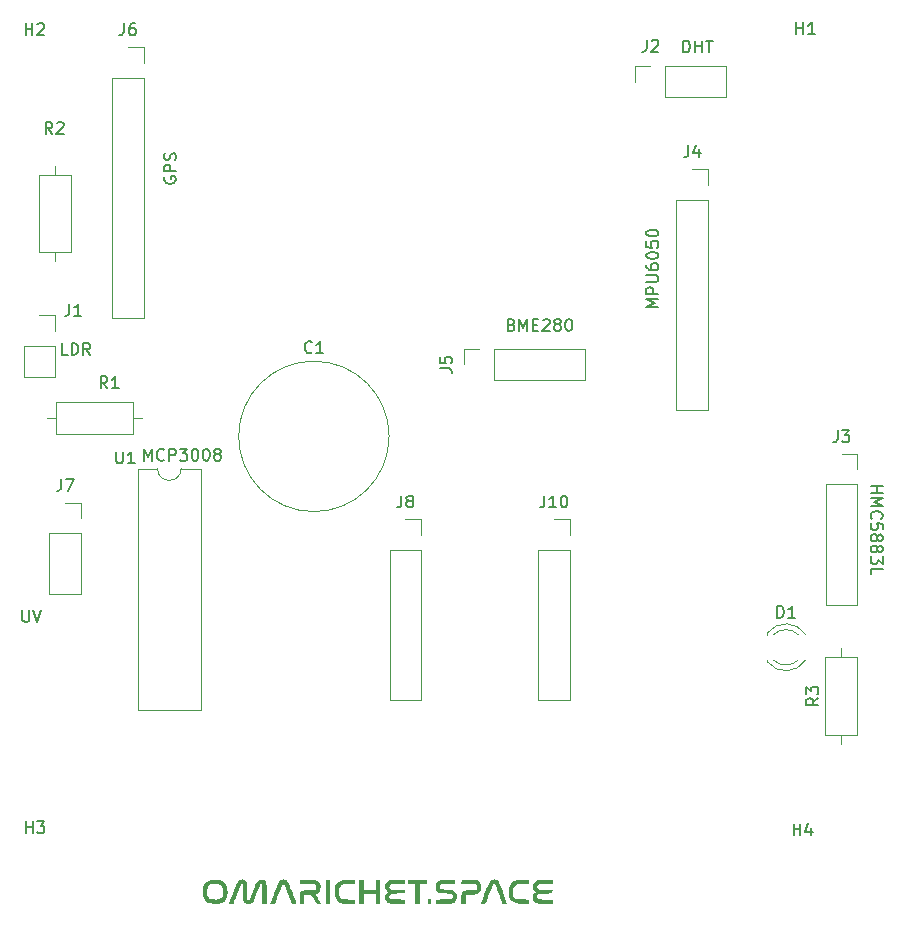
<source format=gbr>
%TF.GenerationSoftware,KiCad,Pcbnew,(6.0.7)*%
%TF.CreationDate,2023-01-31T14:53:13+03:00*%
%TF.ProjectId,Omarichet Sensor Shield 1.3,4f6d6172-6963-4686-9574-2053656e736f,rev?*%
%TF.SameCoordinates,Original*%
%TF.FileFunction,Legend,Top*%
%TF.FilePolarity,Positive*%
%FSLAX46Y46*%
G04 Gerber Fmt 4.6, Leading zero omitted, Abs format (unit mm)*
G04 Created by KiCad (PCBNEW (6.0.7)) date 2023-01-31 14:53:13*
%MOMM*%
%LPD*%
G01*
G04 APERTURE LIST*
%ADD10C,0.150000*%
%ADD11C,0.120000*%
G04 APERTURE END LIST*
D10*
X105201904Y-103942380D02*
X105201904Y-102942380D01*
X105535238Y-103656666D01*
X105868571Y-102942380D01*
X105868571Y-103942380D01*
X106916190Y-103847142D02*
X106868571Y-103894761D01*
X106725714Y-103942380D01*
X106630476Y-103942380D01*
X106487619Y-103894761D01*
X106392380Y-103799523D01*
X106344761Y-103704285D01*
X106297142Y-103513809D01*
X106297142Y-103370952D01*
X106344761Y-103180476D01*
X106392380Y-103085238D01*
X106487619Y-102990000D01*
X106630476Y-102942380D01*
X106725714Y-102942380D01*
X106868571Y-102990000D01*
X106916190Y-103037619D01*
X107344761Y-103942380D02*
X107344761Y-102942380D01*
X107725714Y-102942380D01*
X107820952Y-102990000D01*
X107868571Y-103037619D01*
X107916190Y-103132857D01*
X107916190Y-103275714D01*
X107868571Y-103370952D01*
X107820952Y-103418571D01*
X107725714Y-103466190D01*
X107344761Y-103466190D01*
X108249523Y-102942380D02*
X108868571Y-102942380D01*
X108535238Y-103323333D01*
X108678095Y-103323333D01*
X108773333Y-103370952D01*
X108820952Y-103418571D01*
X108868571Y-103513809D01*
X108868571Y-103751904D01*
X108820952Y-103847142D01*
X108773333Y-103894761D01*
X108678095Y-103942380D01*
X108392380Y-103942380D01*
X108297142Y-103894761D01*
X108249523Y-103847142D01*
X109487619Y-102942380D02*
X109582857Y-102942380D01*
X109678095Y-102990000D01*
X109725714Y-103037619D01*
X109773333Y-103132857D01*
X109820952Y-103323333D01*
X109820952Y-103561428D01*
X109773333Y-103751904D01*
X109725714Y-103847142D01*
X109678095Y-103894761D01*
X109582857Y-103942380D01*
X109487619Y-103942380D01*
X109392380Y-103894761D01*
X109344761Y-103847142D01*
X109297142Y-103751904D01*
X109249523Y-103561428D01*
X109249523Y-103323333D01*
X109297142Y-103132857D01*
X109344761Y-103037619D01*
X109392380Y-102990000D01*
X109487619Y-102942380D01*
X110440000Y-102942380D02*
X110535238Y-102942380D01*
X110630476Y-102990000D01*
X110678095Y-103037619D01*
X110725714Y-103132857D01*
X110773333Y-103323333D01*
X110773333Y-103561428D01*
X110725714Y-103751904D01*
X110678095Y-103847142D01*
X110630476Y-103894761D01*
X110535238Y-103942380D01*
X110440000Y-103942380D01*
X110344761Y-103894761D01*
X110297142Y-103847142D01*
X110249523Y-103751904D01*
X110201904Y-103561428D01*
X110201904Y-103323333D01*
X110249523Y-103132857D01*
X110297142Y-103037619D01*
X110344761Y-102990000D01*
X110440000Y-102942380D01*
X111344761Y-103370952D02*
X111249523Y-103323333D01*
X111201904Y-103275714D01*
X111154285Y-103180476D01*
X111154285Y-103132857D01*
X111201904Y-103037619D01*
X111249523Y-102990000D01*
X111344761Y-102942380D01*
X111535238Y-102942380D01*
X111630476Y-102990000D01*
X111678095Y-103037619D01*
X111725714Y-103132857D01*
X111725714Y-103180476D01*
X111678095Y-103275714D01*
X111630476Y-103323333D01*
X111535238Y-103370952D01*
X111344761Y-103370952D01*
X111249523Y-103418571D01*
X111201904Y-103466190D01*
X111154285Y-103561428D01*
X111154285Y-103751904D01*
X111201904Y-103847142D01*
X111249523Y-103894761D01*
X111344761Y-103942380D01*
X111535238Y-103942380D01*
X111630476Y-103894761D01*
X111678095Y-103847142D01*
X111725714Y-103751904D01*
X111725714Y-103561428D01*
X111678095Y-103466190D01*
X111630476Y-103418571D01*
X111535238Y-103370952D01*
X148752380Y-90951904D02*
X147752380Y-90951904D01*
X148466666Y-90618571D01*
X147752380Y-90285238D01*
X148752380Y-90285238D01*
X148752380Y-89809047D02*
X147752380Y-89809047D01*
X147752380Y-89428095D01*
X147800000Y-89332857D01*
X147847619Y-89285238D01*
X147942857Y-89237619D01*
X148085714Y-89237619D01*
X148180952Y-89285238D01*
X148228571Y-89332857D01*
X148276190Y-89428095D01*
X148276190Y-89809047D01*
X147752380Y-88809047D02*
X148561904Y-88809047D01*
X148657142Y-88761428D01*
X148704761Y-88713809D01*
X148752380Y-88618571D01*
X148752380Y-88428095D01*
X148704761Y-88332857D01*
X148657142Y-88285238D01*
X148561904Y-88237619D01*
X147752380Y-88237619D01*
X147752380Y-87332857D02*
X147752380Y-87523333D01*
X147800000Y-87618571D01*
X147847619Y-87666190D01*
X147990476Y-87761428D01*
X148180952Y-87809047D01*
X148561904Y-87809047D01*
X148657142Y-87761428D01*
X148704761Y-87713809D01*
X148752380Y-87618571D01*
X148752380Y-87428095D01*
X148704761Y-87332857D01*
X148657142Y-87285238D01*
X148561904Y-87237619D01*
X148323809Y-87237619D01*
X148228571Y-87285238D01*
X148180952Y-87332857D01*
X148133333Y-87428095D01*
X148133333Y-87618571D01*
X148180952Y-87713809D01*
X148228571Y-87761428D01*
X148323809Y-87809047D01*
X147752380Y-86618571D02*
X147752380Y-86523333D01*
X147800000Y-86428095D01*
X147847619Y-86380476D01*
X147942857Y-86332857D01*
X148133333Y-86285238D01*
X148371428Y-86285238D01*
X148561904Y-86332857D01*
X148657142Y-86380476D01*
X148704761Y-86428095D01*
X148752380Y-86523333D01*
X148752380Y-86618571D01*
X148704761Y-86713809D01*
X148657142Y-86761428D01*
X148561904Y-86809047D01*
X148371428Y-86856666D01*
X148133333Y-86856666D01*
X147942857Y-86809047D01*
X147847619Y-86761428D01*
X147800000Y-86713809D01*
X147752380Y-86618571D01*
X147752380Y-85380476D02*
X147752380Y-85856666D01*
X148228571Y-85904285D01*
X148180952Y-85856666D01*
X148133333Y-85761428D01*
X148133333Y-85523333D01*
X148180952Y-85428095D01*
X148228571Y-85380476D01*
X148323809Y-85332857D01*
X148561904Y-85332857D01*
X148657142Y-85380476D01*
X148704761Y-85428095D01*
X148752380Y-85523333D01*
X148752380Y-85761428D01*
X148704761Y-85856666D01*
X148657142Y-85904285D01*
X147752380Y-84713809D02*
X147752380Y-84618571D01*
X147800000Y-84523333D01*
X147847619Y-84475714D01*
X147942857Y-84428095D01*
X148133333Y-84380476D01*
X148371428Y-84380476D01*
X148561904Y-84428095D01*
X148657142Y-84475714D01*
X148704761Y-84523333D01*
X148752380Y-84618571D01*
X148752380Y-84713809D01*
X148704761Y-84809047D01*
X148657142Y-84856666D01*
X148561904Y-84904285D01*
X148371428Y-84951904D01*
X148133333Y-84951904D01*
X147942857Y-84904285D01*
X147847619Y-84856666D01*
X147800000Y-84809047D01*
X147752380Y-84713809D01*
X98759523Y-94992380D02*
X98283333Y-94992380D01*
X98283333Y-93992380D01*
X99092857Y-94992380D02*
X99092857Y-93992380D01*
X99330952Y-93992380D01*
X99473809Y-94040000D01*
X99569047Y-94135238D01*
X99616666Y-94230476D01*
X99664285Y-94420952D01*
X99664285Y-94563809D01*
X99616666Y-94754285D01*
X99569047Y-94849523D01*
X99473809Y-94944761D01*
X99330952Y-94992380D01*
X99092857Y-94992380D01*
X100664285Y-94992380D02*
X100330952Y-94516190D01*
X100092857Y-94992380D02*
X100092857Y-93992380D01*
X100473809Y-93992380D01*
X100569047Y-94040000D01*
X100616666Y-94087619D01*
X100664285Y-94182857D01*
X100664285Y-94325714D01*
X100616666Y-94420952D01*
X100569047Y-94468571D01*
X100473809Y-94516190D01*
X100092857Y-94516190D01*
X166747619Y-106083333D02*
X167747619Y-106083333D01*
X167271428Y-106083333D02*
X167271428Y-106654761D01*
X166747619Y-106654761D02*
X167747619Y-106654761D01*
X166747619Y-107130952D02*
X167747619Y-107130952D01*
X167033333Y-107464285D01*
X167747619Y-107797619D01*
X166747619Y-107797619D01*
X166842857Y-108845238D02*
X166795238Y-108797619D01*
X166747619Y-108654761D01*
X166747619Y-108559523D01*
X166795238Y-108416666D01*
X166890476Y-108321428D01*
X166985714Y-108273809D01*
X167176190Y-108226190D01*
X167319047Y-108226190D01*
X167509523Y-108273809D01*
X167604761Y-108321428D01*
X167700000Y-108416666D01*
X167747619Y-108559523D01*
X167747619Y-108654761D01*
X167700000Y-108797619D01*
X167652380Y-108845238D01*
X167747619Y-109750000D02*
X167747619Y-109273809D01*
X167271428Y-109226190D01*
X167319047Y-109273809D01*
X167366666Y-109369047D01*
X167366666Y-109607142D01*
X167319047Y-109702380D01*
X167271428Y-109750000D01*
X167176190Y-109797619D01*
X166938095Y-109797619D01*
X166842857Y-109750000D01*
X166795238Y-109702380D01*
X166747619Y-109607142D01*
X166747619Y-109369047D01*
X166795238Y-109273809D01*
X166842857Y-109226190D01*
X167319047Y-110369047D02*
X167366666Y-110273809D01*
X167414285Y-110226190D01*
X167509523Y-110178571D01*
X167557142Y-110178571D01*
X167652380Y-110226190D01*
X167700000Y-110273809D01*
X167747619Y-110369047D01*
X167747619Y-110559523D01*
X167700000Y-110654761D01*
X167652380Y-110702380D01*
X167557142Y-110750000D01*
X167509523Y-110750000D01*
X167414285Y-110702380D01*
X167366666Y-110654761D01*
X167319047Y-110559523D01*
X167319047Y-110369047D01*
X167271428Y-110273809D01*
X167223809Y-110226190D01*
X167128571Y-110178571D01*
X166938095Y-110178571D01*
X166842857Y-110226190D01*
X166795238Y-110273809D01*
X166747619Y-110369047D01*
X166747619Y-110559523D01*
X166795238Y-110654761D01*
X166842857Y-110702380D01*
X166938095Y-110750000D01*
X167128571Y-110750000D01*
X167223809Y-110702380D01*
X167271428Y-110654761D01*
X167319047Y-110559523D01*
X167319047Y-111321428D02*
X167366666Y-111226190D01*
X167414285Y-111178571D01*
X167509523Y-111130952D01*
X167557142Y-111130952D01*
X167652380Y-111178571D01*
X167700000Y-111226190D01*
X167747619Y-111321428D01*
X167747619Y-111511904D01*
X167700000Y-111607142D01*
X167652380Y-111654761D01*
X167557142Y-111702380D01*
X167509523Y-111702380D01*
X167414285Y-111654761D01*
X167366666Y-111607142D01*
X167319047Y-111511904D01*
X167319047Y-111321428D01*
X167271428Y-111226190D01*
X167223809Y-111178571D01*
X167128571Y-111130952D01*
X166938095Y-111130952D01*
X166842857Y-111178571D01*
X166795238Y-111226190D01*
X166747619Y-111321428D01*
X166747619Y-111511904D01*
X166795238Y-111607142D01*
X166842857Y-111654761D01*
X166938095Y-111702380D01*
X167128571Y-111702380D01*
X167223809Y-111654761D01*
X167271428Y-111607142D01*
X167319047Y-111511904D01*
X167747619Y-112035714D02*
X167747619Y-112654761D01*
X167366666Y-112321428D01*
X167366666Y-112464285D01*
X167319047Y-112559523D01*
X167271428Y-112607142D01*
X167176190Y-112654761D01*
X166938095Y-112654761D01*
X166842857Y-112607142D01*
X166795238Y-112559523D01*
X166747619Y-112464285D01*
X166747619Y-112178571D01*
X166795238Y-112083333D01*
X166842857Y-112035714D01*
X166747619Y-113559523D02*
X166747619Y-113083333D01*
X167747619Y-113083333D01*
X94925714Y-116582380D02*
X94925714Y-117391904D01*
X94973333Y-117487142D01*
X95020952Y-117534761D01*
X95116190Y-117582380D01*
X95306666Y-117582380D01*
X95401904Y-117534761D01*
X95449523Y-117487142D01*
X95497142Y-117391904D01*
X95497142Y-116582380D01*
X95830476Y-116582380D02*
X96163809Y-117582380D01*
X96497142Y-116582380D01*
X106975000Y-79914285D02*
X106927380Y-80009523D01*
X106927380Y-80152380D01*
X106975000Y-80295238D01*
X107070238Y-80390476D01*
X107165476Y-80438095D01*
X107355952Y-80485714D01*
X107498809Y-80485714D01*
X107689285Y-80438095D01*
X107784523Y-80390476D01*
X107879761Y-80295238D01*
X107927380Y-80152380D01*
X107927380Y-80057142D01*
X107879761Y-79914285D01*
X107832142Y-79866666D01*
X107498809Y-79866666D01*
X107498809Y-80057142D01*
X107927380Y-79438095D02*
X106927380Y-79438095D01*
X106927380Y-79057142D01*
X106975000Y-78961904D01*
X107022619Y-78914285D01*
X107117857Y-78866666D01*
X107260714Y-78866666D01*
X107355952Y-78914285D01*
X107403571Y-78961904D01*
X107451190Y-79057142D01*
X107451190Y-79438095D01*
X107879761Y-78485714D02*
X107927380Y-78342857D01*
X107927380Y-78104761D01*
X107879761Y-78009523D01*
X107832142Y-77961904D01*
X107736904Y-77914285D01*
X107641666Y-77914285D01*
X107546428Y-77961904D01*
X107498809Y-78009523D01*
X107451190Y-78104761D01*
X107403571Y-78295238D01*
X107355952Y-78390476D01*
X107308333Y-78438095D01*
X107213095Y-78485714D01*
X107117857Y-78485714D01*
X107022619Y-78438095D01*
X106975000Y-78390476D01*
X106927380Y-78295238D01*
X106927380Y-78057142D01*
X106975000Y-77914285D01*
X150878333Y-69367380D02*
X150878333Y-68367380D01*
X151116428Y-68367380D01*
X151259285Y-68415000D01*
X151354523Y-68510238D01*
X151402142Y-68605476D01*
X151449761Y-68795952D01*
X151449761Y-68938809D01*
X151402142Y-69129285D01*
X151354523Y-69224523D01*
X151259285Y-69319761D01*
X151116428Y-69367380D01*
X150878333Y-69367380D01*
X151878333Y-69367380D02*
X151878333Y-68367380D01*
X151878333Y-68843571D02*
X152449761Y-68843571D01*
X152449761Y-69367380D02*
X152449761Y-68367380D01*
X152783095Y-68367380D02*
X153354523Y-68367380D01*
X153068809Y-69367380D02*
X153068809Y-68367380D01*
X136329047Y-92438571D02*
X136471904Y-92486190D01*
X136519523Y-92533809D01*
X136567142Y-92629047D01*
X136567142Y-92771904D01*
X136519523Y-92867142D01*
X136471904Y-92914761D01*
X136376666Y-92962380D01*
X135995714Y-92962380D01*
X135995714Y-91962380D01*
X136329047Y-91962380D01*
X136424285Y-92010000D01*
X136471904Y-92057619D01*
X136519523Y-92152857D01*
X136519523Y-92248095D01*
X136471904Y-92343333D01*
X136424285Y-92390952D01*
X136329047Y-92438571D01*
X135995714Y-92438571D01*
X136995714Y-92962380D02*
X136995714Y-91962380D01*
X137329047Y-92676666D01*
X137662380Y-91962380D01*
X137662380Y-92962380D01*
X138138571Y-92438571D02*
X138471904Y-92438571D01*
X138614761Y-92962380D02*
X138138571Y-92962380D01*
X138138571Y-91962380D01*
X138614761Y-91962380D01*
X138995714Y-92057619D02*
X139043333Y-92010000D01*
X139138571Y-91962380D01*
X139376666Y-91962380D01*
X139471904Y-92010000D01*
X139519523Y-92057619D01*
X139567142Y-92152857D01*
X139567142Y-92248095D01*
X139519523Y-92390952D01*
X138948095Y-92962380D01*
X139567142Y-92962380D01*
X140138571Y-92390952D02*
X140043333Y-92343333D01*
X139995714Y-92295714D01*
X139948095Y-92200476D01*
X139948095Y-92152857D01*
X139995714Y-92057619D01*
X140043333Y-92010000D01*
X140138571Y-91962380D01*
X140329047Y-91962380D01*
X140424285Y-92010000D01*
X140471904Y-92057619D01*
X140519523Y-92152857D01*
X140519523Y-92200476D01*
X140471904Y-92295714D01*
X140424285Y-92343333D01*
X140329047Y-92390952D01*
X140138571Y-92390952D01*
X140043333Y-92438571D01*
X139995714Y-92486190D01*
X139948095Y-92581428D01*
X139948095Y-92771904D01*
X139995714Y-92867142D01*
X140043333Y-92914761D01*
X140138571Y-92962380D01*
X140329047Y-92962380D01*
X140424285Y-92914761D01*
X140471904Y-92867142D01*
X140519523Y-92771904D01*
X140519523Y-92581428D01*
X140471904Y-92486190D01*
X140424285Y-92438571D01*
X140329047Y-92390952D01*
X141138571Y-91962380D02*
X141233809Y-91962380D01*
X141329047Y-92010000D01*
X141376666Y-92057619D01*
X141424285Y-92152857D01*
X141471904Y-92343333D01*
X141471904Y-92581428D01*
X141424285Y-92771904D01*
X141376666Y-92867142D01*
X141329047Y-92914761D01*
X141233809Y-92962380D01*
X141138571Y-92962380D01*
X141043333Y-92914761D01*
X140995714Y-92867142D01*
X140948095Y-92771904D01*
X140900476Y-92581428D01*
X140900476Y-92343333D01*
X140948095Y-92152857D01*
X140995714Y-92057619D01*
X141043333Y-92010000D01*
X141138571Y-91962380D01*
%TO.C,D1*%
X158826904Y-117232380D02*
X158826904Y-116232380D01*
X159065000Y-116232380D01*
X159207857Y-116280000D01*
X159303095Y-116375238D01*
X159350714Y-116470476D01*
X159398333Y-116660952D01*
X159398333Y-116803809D01*
X159350714Y-116994285D01*
X159303095Y-117089523D01*
X159207857Y-117184761D01*
X159065000Y-117232380D01*
X158826904Y-117232380D01*
X160350714Y-117232380D02*
X159779285Y-117232380D01*
X160065000Y-117232380D02*
X160065000Y-116232380D01*
X159969761Y-116375238D01*
X159874523Y-116470476D01*
X159779285Y-116518095D01*
%TO.C,R2*%
X97463333Y-76272380D02*
X97130000Y-75796190D01*
X96891904Y-76272380D02*
X96891904Y-75272380D01*
X97272857Y-75272380D01*
X97368095Y-75320000D01*
X97415714Y-75367619D01*
X97463333Y-75462857D01*
X97463333Y-75605714D01*
X97415714Y-75700952D01*
X97368095Y-75748571D01*
X97272857Y-75796190D01*
X96891904Y-75796190D01*
X97844285Y-75367619D02*
X97891904Y-75320000D01*
X97987142Y-75272380D01*
X98225238Y-75272380D01*
X98320476Y-75320000D01*
X98368095Y-75367619D01*
X98415714Y-75462857D01*
X98415714Y-75558095D01*
X98368095Y-75700952D01*
X97796666Y-76272380D01*
X98415714Y-76272380D01*
%TO.C,H2*%
X95188095Y-67912380D02*
X95188095Y-66912380D01*
X95188095Y-67388571D02*
X95759523Y-67388571D01*
X95759523Y-67912380D02*
X95759523Y-66912380D01*
X96188095Y-67007619D02*
X96235714Y-66960000D01*
X96330952Y-66912380D01*
X96569047Y-66912380D01*
X96664285Y-66960000D01*
X96711904Y-67007619D01*
X96759523Y-67102857D01*
X96759523Y-67198095D01*
X96711904Y-67340952D01*
X96140476Y-67912380D01*
X96759523Y-67912380D01*
%TO.C,U1*%
X102848095Y-103162380D02*
X102848095Y-103971904D01*
X102895714Y-104067142D01*
X102943333Y-104114761D01*
X103038571Y-104162380D01*
X103229047Y-104162380D01*
X103324285Y-104114761D01*
X103371904Y-104067142D01*
X103419523Y-103971904D01*
X103419523Y-103162380D01*
X104419523Y-104162380D02*
X103848095Y-104162380D01*
X104133809Y-104162380D02*
X104133809Y-103162380D01*
X104038571Y-103305238D01*
X103943333Y-103400476D01*
X103848095Y-103448095D01*
%TO.C,J7*%
X98201666Y-105497380D02*
X98201666Y-106211666D01*
X98154047Y-106354523D01*
X98058809Y-106449761D01*
X97915952Y-106497380D01*
X97820714Y-106497380D01*
X98582619Y-105497380D02*
X99249285Y-105497380D01*
X98820714Y-106497380D01*
%TO.C,H1*%
X160448095Y-67822380D02*
X160448095Y-66822380D01*
X160448095Y-67298571D02*
X161019523Y-67298571D01*
X161019523Y-67822380D02*
X161019523Y-66822380D01*
X162019523Y-67822380D02*
X161448095Y-67822380D01*
X161733809Y-67822380D02*
X161733809Y-66822380D01*
X161638571Y-66965238D01*
X161543333Y-67060476D01*
X161448095Y-67108095D01*
%TO.C,C1*%
X119433333Y-94737142D02*
X119385714Y-94784761D01*
X119242857Y-94832380D01*
X119147619Y-94832380D01*
X119004761Y-94784761D01*
X118909523Y-94689523D01*
X118861904Y-94594285D01*
X118814285Y-94403809D01*
X118814285Y-94260952D01*
X118861904Y-94070476D01*
X118909523Y-93975238D01*
X119004761Y-93880000D01*
X119147619Y-93832380D01*
X119242857Y-93832380D01*
X119385714Y-93880000D01*
X119433333Y-93927619D01*
X120385714Y-94832380D02*
X119814285Y-94832380D01*
X120100000Y-94832380D02*
X120100000Y-93832380D01*
X120004761Y-93975238D01*
X119909523Y-94070476D01*
X119814285Y-94118095D01*
%TO.C,J1*%
X98896666Y-90682380D02*
X98896666Y-91396666D01*
X98849047Y-91539523D01*
X98753809Y-91634761D01*
X98610952Y-91682380D01*
X98515714Y-91682380D01*
X99896666Y-91682380D02*
X99325238Y-91682380D01*
X99610952Y-91682380D02*
X99610952Y-90682380D01*
X99515714Y-90825238D01*
X99420476Y-90920476D01*
X99325238Y-90968095D01*
%TO.C,J5*%
X130292380Y-96128333D02*
X131006666Y-96128333D01*
X131149523Y-96175952D01*
X131244761Y-96271190D01*
X131292380Y-96414047D01*
X131292380Y-96509285D01*
X130292380Y-95175952D02*
X130292380Y-95652142D01*
X130768571Y-95699761D01*
X130720952Y-95652142D01*
X130673333Y-95556904D01*
X130673333Y-95318809D01*
X130720952Y-95223571D01*
X130768571Y-95175952D01*
X130863809Y-95128333D01*
X131101904Y-95128333D01*
X131197142Y-95175952D01*
X131244761Y-95223571D01*
X131292380Y-95318809D01*
X131292380Y-95556904D01*
X131244761Y-95652142D01*
X131197142Y-95699761D01*
%TO.C,H4*%
X160218095Y-135672380D02*
X160218095Y-134672380D01*
X160218095Y-135148571D02*
X160789523Y-135148571D01*
X160789523Y-135672380D02*
X160789523Y-134672380D01*
X161694285Y-135005714D02*
X161694285Y-135672380D01*
X161456190Y-134624761D02*
X161218095Y-135339047D01*
X161837142Y-135339047D01*
%TO.C,J4*%
X151291666Y-77247380D02*
X151291666Y-77961666D01*
X151244047Y-78104523D01*
X151148809Y-78199761D01*
X151005952Y-78247380D01*
X150910714Y-78247380D01*
X152196428Y-77580714D02*
X152196428Y-78247380D01*
X151958333Y-77199761D02*
X151720238Y-77914047D01*
X152339285Y-77914047D01*
%TO.C,J2*%
X147771666Y-68307380D02*
X147771666Y-69021666D01*
X147724047Y-69164523D01*
X147628809Y-69259761D01*
X147485952Y-69307380D01*
X147390714Y-69307380D01*
X148200238Y-68402619D02*
X148247857Y-68355000D01*
X148343095Y-68307380D01*
X148581190Y-68307380D01*
X148676428Y-68355000D01*
X148724047Y-68402619D01*
X148771666Y-68497857D01*
X148771666Y-68593095D01*
X148724047Y-68735952D01*
X148152619Y-69307380D01*
X148771666Y-69307380D01*
%TO.C,J10*%
X139115476Y-106887380D02*
X139115476Y-107601666D01*
X139067857Y-107744523D01*
X138972619Y-107839761D01*
X138829761Y-107887380D01*
X138734523Y-107887380D01*
X140115476Y-107887380D02*
X139544047Y-107887380D01*
X139829761Y-107887380D02*
X139829761Y-106887380D01*
X139734523Y-107030238D01*
X139639285Y-107125476D01*
X139544047Y-107173095D01*
X140734523Y-106887380D02*
X140829761Y-106887380D01*
X140925000Y-106935000D01*
X140972619Y-106982619D01*
X141020238Y-107077857D01*
X141067857Y-107268333D01*
X141067857Y-107506428D01*
X141020238Y-107696904D01*
X140972619Y-107792142D01*
X140925000Y-107839761D01*
X140829761Y-107887380D01*
X140734523Y-107887380D01*
X140639285Y-107839761D01*
X140591666Y-107792142D01*
X140544047Y-107696904D01*
X140496428Y-107506428D01*
X140496428Y-107268333D01*
X140544047Y-107077857D01*
X140591666Y-106982619D01*
X140639285Y-106935000D01*
X140734523Y-106887380D01*
%TO.C,J3*%
X163941666Y-101362380D02*
X163941666Y-102076666D01*
X163894047Y-102219523D01*
X163798809Y-102314761D01*
X163655952Y-102362380D01*
X163560714Y-102362380D01*
X164322619Y-101362380D02*
X164941666Y-101362380D01*
X164608333Y-101743333D01*
X164751190Y-101743333D01*
X164846428Y-101790952D01*
X164894047Y-101838571D01*
X164941666Y-101933809D01*
X164941666Y-102171904D01*
X164894047Y-102267142D01*
X164846428Y-102314761D01*
X164751190Y-102362380D01*
X164465476Y-102362380D01*
X164370238Y-102314761D01*
X164322619Y-102267142D01*
%TO.C,J8*%
X127006666Y-106892380D02*
X127006666Y-107606666D01*
X126959047Y-107749523D01*
X126863809Y-107844761D01*
X126720952Y-107892380D01*
X126625714Y-107892380D01*
X127625714Y-107320952D02*
X127530476Y-107273333D01*
X127482857Y-107225714D01*
X127435238Y-107130476D01*
X127435238Y-107082857D01*
X127482857Y-106987619D01*
X127530476Y-106940000D01*
X127625714Y-106892380D01*
X127816190Y-106892380D01*
X127911428Y-106940000D01*
X127959047Y-106987619D01*
X128006666Y-107082857D01*
X128006666Y-107130476D01*
X127959047Y-107225714D01*
X127911428Y-107273333D01*
X127816190Y-107320952D01*
X127625714Y-107320952D01*
X127530476Y-107368571D01*
X127482857Y-107416190D01*
X127435238Y-107511428D01*
X127435238Y-107701904D01*
X127482857Y-107797142D01*
X127530476Y-107844761D01*
X127625714Y-107892380D01*
X127816190Y-107892380D01*
X127911428Y-107844761D01*
X127959047Y-107797142D01*
X128006666Y-107701904D01*
X128006666Y-107511428D01*
X127959047Y-107416190D01*
X127911428Y-107368571D01*
X127816190Y-107320952D01*
%TO.C,R1*%
X102113333Y-97802380D02*
X101780000Y-97326190D01*
X101541904Y-97802380D02*
X101541904Y-96802380D01*
X101922857Y-96802380D01*
X102018095Y-96850000D01*
X102065714Y-96897619D01*
X102113333Y-96992857D01*
X102113333Y-97135714D01*
X102065714Y-97230952D01*
X102018095Y-97278571D01*
X101922857Y-97326190D01*
X101541904Y-97326190D01*
X103065714Y-97802380D02*
X102494285Y-97802380D01*
X102780000Y-97802380D02*
X102780000Y-96802380D01*
X102684761Y-96945238D01*
X102589523Y-97040476D01*
X102494285Y-97088095D01*
%TO.C,H3*%
X95218095Y-135482380D02*
X95218095Y-134482380D01*
X95218095Y-134958571D02*
X95789523Y-134958571D01*
X95789523Y-135482380D02*
X95789523Y-134482380D01*
X96170476Y-134482380D02*
X96789523Y-134482380D01*
X96456190Y-134863333D01*
X96599047Y-134863333D01*
X96694285Y-134910952D01*
X96741904Y-134958571D01*
X96789523Y-135053809D01*
X96789523Y-135291904D01*
X96741904Y-135387142D01*
X96694285Y-135434761D01*
X96599047Y-135482380D01*
X96313333Y-135482380D01*
X96218095Y-135434761D01*
X96170476Y-135387142D01*
%TO.C,R3*%
X162302380Y-124036666D02*
X161826190Y-124370000D01*
X162302380Y-124608095D02*
X161302380Y-124608095D01*
X161302380Y-124227142D01*
X161350000Y-124131904D01*
X161397619Y-124084285D01*
X161492857Y-124036666D01*
X161635714Y-124036666D01*
X161730952Y-124084285D01*
X161778571Y-124131904D01*
X161826190Y-124227142D01*
X161826190Y-124608095D01*
X161302380Y-123703333D02*
X161302380Y-123084285D01*
X161683333Y-123417619D01*
X161683333Y-123274761D01*
X161730952Y-123179523D01*
X161778571Y-123131904D01*
X161873809Y-123084285D01*
X162111904Y-123084285D01*
X162207142Y-123131904D01*
X162254761Y-123179523D01*
X162302380Y-123274761D01*
X162302380Y-123560476D01*
X162254761Y-123655714D01*
X162207142Y-123703333D01*
%TO.C,J6*%
X103521666Y-66912380D02*
X103521666Y-67626666D01*
X103474047Y-67769523D01*
X103378809Y-67864761D01*
X103235952Y-67912380D01*
X103140714Y-67912380D01*
X104426428Y-66912380D02*
X104235952Y-66912380D01*
X104140714Y-66960000D01*
X104093095Y-67007619D01*
X103997857Y-67150476D01*
X103950238Y-67340952D01*
X103950238Y-67721904D01*
X103997857Y-67817142D01*
X104045476Y-67864761D01*
X104140714Y-67912380D01*
X104331190Y-67912380D01*
X104426428Y-67864761D01*
X104474047Y-67817142D01*
X104521666Y-67721904D01*
X104521666Y-67483809D01*
X104474047Y-67388571D01*
X104426428Y-67340952D01*
X104331190Y-67293333D01*
X104140714Y-67293333D01*
X104045476Y-67340952D01*
X103997857Y-67388571D01*
X103950238Y-67483809D01*
%TO.C,G\u002A\u002A\u002A*%
G36*
X113672118Y-139416374D02*
G01*
X113788670Y-139463603D01*
X113879171Y-139535620D01*
X113895975Y-139556807D01*
X113910677Y-139578984D01*
X113922458Y-139603374D01*
X113931757Y-139635347D01*
X113939010Y-139680277D01*
X113944656Y-139743535D01*
X113949131Y-139830493D01*
X113952874Y-139946524D01*
X113956321Y-140096999D01*
X113959910Y-140287291D01*
X113961155Y-140357193D01*
X113964477Y-140536759D01*
X113967783Y-140700521D01*
X113970936Y-140842789D01*
X113973798Y-140957872D01*
X113976233Y-141040080D01*
X113978105Y-141083722D01*
X113978745Y-141089286D01*
X114000524Y-141102920D01*
X114030370Y-141119428D01*
X114056897Y-141131072D01*
X114081813Y-141133996D01*
X114106745Y-141124938D01*
X114133320Y-141100640D01*
X114163165Y-141057840D01*
X114197908Y-140993279D01*
X114239174Y-140903697D01*
X114288592Y-140785833D01*
X114347787Y-140636427D01*
X114418388Y-140452220D01*
X114502020Y-140229950D01*
X114584172Y-140009728D01*
X114656493Y-139824131D01*
X114721897Y-139679290D01*
X114784835Y-139570449D01*
X114849756Y-139492857D01*
X114921110Y-139441759D01*
X115003347Y-139412401D01*
X115100917Y-139400029D01*
X115156132Y-139398728D01*
X115308083Y-139416076D01*
X115430709Y-139467026D01*
X115521427Y-139549936D01*
X115577651Y-139663164D01*
X115578852Y-139667272D01*
X115584400Y-139709963D01*
X115589407Y-139794190D01*
X115593741Y-139914583D01*
X115597270Y-140065774D01*
X115599862Y-140242394D01*
X115601385Y-140439073D01*
X115601746Y-140597436D01*
X115601746Y-141447775D01*
X115249945Y-141447775D01*
X115249945Y-140628582D01*
X115249727Y-140407547D01*
X115248938Y-140228771D01*
X115247379Y-140087607D01*
X115244851Y-139979409D01*
X115241151Y-139899530D01*
X115236082Y-139843325D01*
X115229442Y-139806146D01*
X115221032Y-139783348D01*
X115213090Y-139772534D01*
X115169904Y-139742630D01*
X115144405Y-139735679D01*
X115124467Y-139737425D01*
X115105561Y-139745154D01*
X115085979Y-139762602D01*
X115064015Y-139793506D01*
X115037961Y-139841601D01*
X115006112Y-139910624D01*
X114966759Y-140004312D01*
X114918196Y-140126401D01*
X114858716Y-140280627D01*
X114786613Y-140470727D01*
X114700179Y-140700436D01*
X114684115Y-140743219D01*
X114614419Y-140926250D01*
X114556710Y-141070421D01*
X114507954Y-141181311D01*
X114465119Y-141264497D01*
X114425170Y-141325557D01*
X114385076Y-141370068D01*
X114341803Y-141403609D01*
X114316780Y-141418710D01*
X114202222Y-141460440D01*
X114068733Y-141474483D01*
X113934577Y-141461053D01*
X113818020Y-141420361D01*
X113804547Y-141412742D01*
X113758201Y-141383452D01*
X113720914Y-141353498D01*
X113691656Y-141317642D01*
X113669395Y-141270648D01*
X113653098Y-141207278D01*
X113641736Y-141122296D01*
X113634275Y-141010465D01*
X113629685Y-140866547D01*
X113626934Y-140685306D01*
X113625309Y-140502782D01*
X113623352Y-140292672D01*
X113620660Y-140124765D01*
X113616557Y-139994354D01*
X113610368Y-139896735D01*
X113601415Y-139827203D01*
X113589025Y-139781053D01*
X113572521Y-139753580D01*
X113551229Y-139740079D01*
X113524471Y-139735846D01*
X113515159Y-139735679D01*
X113498095Y-139736716D01*
X113481829Y-139741860D01*
X113465070Y-139754158D01*
X113446526Y-139776660D01*
X113424907Y-139812414D01*
X113398922Y-139864468D01*
X113367278Y-139935870D01*
X113328686Y-140029669D01*
X113281852Y-140148914D01*
X113225487Y-140296652D01*
X113158300Y-140475933D01*
X113078998Y-140689804D01*
X112986290Y-140941315D01*
X112878886Y-141233513D01*
X112866949Y-141266011D01*
X112800184Y-141447775D01*
X112417228Y-141447775D01*
X112591717Y-140984571D01*
X112657894Y-140808212D01*
X112731432Y-140611096D01*
X112805964Y-140410369D01*
X112875119Y-140223172D01*
X112920636Y-140099206D01*
X112988998Y-139916609D01*
X113046913Y-139773194D01*
X113097598Y-139663270D01*
X113144268Y-139581148D01*
X113190140Y-139521136D01*
X113238429Y-139477544D01*
X113289768Y-139446004D01*
X113410307Y-139405315D01*
X113541878Y-139396191D01*
X113672118Y-139416374D01*
G37*
G36*
X110217599Y-140235151D02*
G01*
X110249956Y-140058287D01*
X110307498Y-139893186D01*
X110314821Y-139876572D01*
X110404196Y-139725928D01*
X110525477Y-139605556D01*
X110683909Y-139510280D01*
X110688265Y-139508234D01*
X110740759Y-139484509D01*
X110787035Y-139467311D01*
X110835892Y-139455591D01*
X110896130Y-139448301D01*
X110976548Y-139444391D01*
X111085947Y-139442811D01*
X111233127Y-139442512D01*
X111239419Y-139442512D01*
X111426652Y-139444294D01*
X111575020Y-139451104D01*
X111692479Y-139465143D01*
X111786987Y-139488608D01*
X111866499Y-139523699D01*
X111938972Y-139572614D01*
X112012363Y-139637552D01*
X112038651Y-139663384D01*
X112129182Y-139764809D01*
X112195489Y-139868162D01*
X112241322Y-139983738D01*
X112270429Y-140121833D01*
X112286560Y-140292742D01*
X112289432Y-140352022D01*
X112290807Y-140566951D01*
X112274957Y-140746169D01*
X112240615Y-140898073D01*
X112187449Y-141029229D01*
X112086033Y-141178845D01*
X111950068Y-141298275D01*
X111782806Y-141385102D01*
X111656687Y-141423412D01*
X111577390Y-141434647D01*
X111464242Y-141441643D01*
X111330095Y-141444537D01*
X111187801Y-141443463D01*
X111050212Y-141438557D01*
X110930179Y-141429955D01*
X110840554Y-141417790D01*
X110826253Y-141414664D01*
X110645702Y-141349322D01*
X110495724Y-141248657D01*
X110376667Y-141113217D01*
X110288876Y-140943550D01*
X110232701Y-140740204D01*
X110208489Y-140503727D01*
X110208370Y-140496178D01*
X110563843Y-140496178D01*
X110564390Y-140508119D01*
X110584645Y-140689560D01*
X110627144Y-140832232D01*
X110694134Y-140939798D01*
X110787859Y-141015919D01*
X110904533Y-141062666D01*
X111006622Y-141080927D01*
X111137023Y-141091267D01*
X111279976Y-141093732D01*
X111419717Y-141088366D01*
X111540486Y-141075212D01*
X111607746Y-141060679D01*
X111737916Y-140999322D01*
X111837398Y-140903153D01*
X111903068Y-140775314D01*
X111908434Y-140758311D01*
X111930012Y-140647376D01*
X111940599Y-140509172D01*
X111940216Y-140362025D01*
X111928883Y-140224262D01*
X111907706Y-140117798D01*
X111851211Y-140000208D01*
X111762246Y-139899466D01*
X111652939Y-139827744D01*
X111598743Y-139807731D01*
X111513168Y-139792858D01*
X111397039Y-139784495D01*
X111264553Y-139782404D01*
X111129907Y-139786348D01*
X111007301Y-139796090D01*
X110910931Y-139811392D01*
X110880774Y-139819730D01*
X110758405Y-139883899D01*
X110665745Y-139983155D01*
X110602576Y-140117973D01*
X110568681Y-140288823D01*
X110563843Y-140496178D01*
X110208370Y-140496178D01*
X110207470Y-140439280D01*
X110217599Y-140235151D01*
G37*
G36*
X117159420Y-139406922D02*
G01*
X117219045Y-139421100D01*
X117269650Y-139439683D01*
X117314193Y-139467303D01*
X117355632Y-139508594D01*
X117396927Y-139568187D01*
X117441035Y-139650716D01*
X117490915Y-139760811D01*
X117549527Y-139903107D01*
X117619828Y-140082235D01*
X117664249Y-140197356D01*
X117732681Y-140375182D01*
X117801207Y-140553165D01*
X117866396Y-140722405D01*
X117924821Y-140874002D01*
X117973052Y-140999058D01*
X118005950Y-141084248D01*
X118058913Y-141219679D01*
X118095930Y-141316873D01*
X118115878Y-141382093D01*
X118117633Y-141421606D01*
X118100072Y-141441677D01*
X118062069Y-141448572D01*
X118002501Y-141448555D01*
X117940738Y-141447775D01*
X117743606Y-141447775D01*
X117430170Y-140614438D01*
X117348520Y-140398070D01*
X117281224Y-140221715D01*
X117226527Y-140081331D01*
X117182675Y-139972878D01*
X117147913Y-139892313D01*
X117120489Y-139835595D01*
X117098647Y-139798682D01*
X117080632Y-139777534D01*
X117064692Y-139768109D01*
X117062537Y-139767497D01*
X117006149Y-139767840D01*
X116974176Y-139782247D01*
X116959948Y-139808100D01*
X116930979Y-139871642D01*
X116889692Y-139966910D01*
X116838512Y-140087943D01*
X116779864Y-140228775D01*
X116716172Y-140383445D01*
X116649861Y-140545990D01*
X116583354Y-140710445D01*
X116519078Y-140870849D01*
X116459455Y-141021238D01*
X116406910Y-141155649D01*
X116363869Y-141268119D01*
X116332754Y-141352685D01*
X116318459Y-141395005D01*
X116307149Y-141420775D01*
X116286009Y-141436444D01*
X116244936Y-141444500D01*
X116173831Y-141447434D01*
X116104413Y-141447775D01*
X116014713Y-141446533D01*
X115946247Y-141443222D01*
X115909828Y-141438461D01*
X115906639Y-141436432D01*
X115914894Y-141411702D01*
X115937535Y-141351726D01*
X115971379Y-141264753D01*
X116013244Y-141159029D01*
X116026577Y-141125675D01*
X116068324Y-141021026D01*
X116123390Y-140882349D01*
X116187962Y-140719283D01*
X116258225Y-140541466D01*
X116330368Y-140358536D01*
X116390453Y-140205887D01*
X116455700Y-140042617D01*
X116518104Y-139891434D01*
X116574949Y-139758536D01*
X116623522Y-139650118D01*
X116661108Y-139572377D01*
X116684991Y-139531511D01*
X116686813Y-139529374D01*
X116795488Y-139446295D01*
X116928284Y-139401056D01*
X117079784Y-139395063D01*
X117159420Y-139406922D01*
G37*
G36*
X119055254Y-139430916D02*
G01*
X119264089Y-139431557D01*
X119432095Y-139433888D01*
X119565343Y-139438666D01*
X119669903Y-139446651D01*
X119751844Y-139458602D01*
X119817235Y-139475276D01*
X119872146Y-139497432D01*
X119922647Y-139525830D01*
X119947965Y-139542486D01*
X120048248Y-139637845D01*
X120121370Y-139763686D01*
X120164874Y-139910616D01*
X120176304Y-140069243D01*
X120153205Y-140230176D01*
X120139734Y-140275827D01*
X120095349Y-140370149D01*
X120029562Y-140463729D01*
X119953066Y-140544542D01*
X119876551Y-140600560D01*
X119836500Y-140616920D01*
X119791911Y-140635746D01*
X119776446Y-140654997D01*
X119787754Y-140681752D01*
X119819165Y-140742006D01*
X119866905Y-140828884D01*
X119927200Y-140935507D01*
X119990615Y-141045299D01*
X120059675Y-141163756D01*
X120120594Y-141268290D01*
X120169421Y-141352119D01*
X120202206Y-141408458D01*
X120214806Y-141430185D01*
X120197931Y-141438144D01*
X120144275Y-141444226D01*
X120063956Y-141447479D01*
X120028237Y-141447775D01*
X119831647Y-141447775D01*
X119602307Y-141060795D01*
X119372967Y-140673814D01*
X118791404Y-140673814D01*
X118791404Y-141447775D01*
X118439603Y-141447775D01*
X118439949Y-140984571D01*
X118440776Y-140808610D01*
X118443916Y-140673209D01*
X118450806Y-140572030D01*
X118462879Y-140498734D01*
X118481571Y-140446984D01*
X118508316Y-140410440D01*
X118544551Y-140382764D01*
X118580650Y-140363093D01*
X118614295Y-140349119D01*
X118656411Y-140338655D01*
X118713807Y-140331217D01*
X118793296Y-140326324D01*
X118901686Y-140323493D01*
X119045789Y-140322243D01*
X119160425Y-140322050D01*
X119658439Y-140322013D01*
X119732182Y-140256124D01*
X119781431Y-140201771D01*
X119807183Y-140139230D01*
X119817301Y-140071846D01*
X119821057Y-139996177D01*
X119809651Y-139944725D01*
X119776479Y-139895589D01*
X119757613Y-139873885D01*
X119686550Y-139794313D01*
X119063076Y-139787356D01*
X118439603Y-139780399D01*
X118439603Y-139430785D01*
X119055254Y-139430916D01*
G37*
G36*
X120925661Y-141447775D02*
G01*
X120597313Y-141447775D01*
X120597313Y-139430785D01*
X120925661Y-139430785D01*
X120925661Y-141447775D01*
G37*
G36*
X122557488Y-139436160D02*
G01*
X123048191Y-139442512D01*
X123055082Y-139612549D01*
X123061972Y-139782586D01*
X122607861Y-139782586D01*
X122409264Y-139784326D01*
X122251266Y-139790289D01*
X122127662Y-139801586D01*
X122032248Y-139819329D01*
X121958818Y-139844629D01*
X121901168Y-139878598D01*
X121858229Y-139916891D01*
X121790455Y-140007587D01*
X121743834Y-140119880D01*
X121715506Y-140262461D01*
X121705185Y-140382045D01*
X121706436Y-140580308D01*
X121734566Y-140742507D01*
X121790881Y-140871903D01*
X121876691Y-140971756D01*
X121965689Y-141031628D01*
X122002138Y-141049123D01*
X122041456Y-141062502D01*
X122090835Y-141072543D01*
X122157467Y-141080025D01*
X122248544Y-141085727D01*
X122371256Y-141090425D01*
X122532795Y-141094899D01*
X122555670Y-141095471D01*
X123048191Y-141107701D01*
X123055082Y-141277738D01*
X123061972Y-141447775D01*
X122574287Y-141446232D01*
X122376662Y-141444307D01*
X122220467Y-141439715D01*
X122100283Y-141432139D01*
X122010692Y-141421261D01*
X121958178Y-141410177D01*
X121785552Y-141347737D01*
X121646541Y-141260062D01*
X121537489Y-141142926D01*
X121454743Y-140992103D01*
X121394649Y-140803365D01*
X121381355Y-140743006D01*
X121355550Y-140541409D01*
X121356251Y-140334824D01*
X121381790Y-140134071D01*
X121430501Y-139949967D01*
X121500715Y-139793333D01*
X121536161Y-139738418D01*
X121600618Y-139665714D01*
X121681543Y-139595203D01*
X121718176Y-139569434D01*
X121792272Y-139525451D01*
X121863753Y-139491729D01*
X121940177Y-139467067D01*
X122029101Y-139450266D01*
X122138083Y-139440125D01*
X122274680Y-139435445D01*
X122446449Y-139435025D01*
X122557488Y-139436160D01*
G37*
G36*
X125195339Y-139442512D02*
G01*
X125200620Y-140445144D01*
X125205901Y-141447775D01*
X124865827Y-141447775D01*
X124865827Y-140603454D01*
X123833879Y-140603454D01*
X123833879Y-141447775D01*
X123458625Y-141447775D01*
X123458625Y-139430785D01*
X123833879Y-139430785D01*
X123833879Y-140251653D01*
X124865827Y-140251653D01*
X124865827Y-139428730D01*
X125195339Y-139442512D01*
G37*
G36*
X127304977Y-139782586D02*
G01*
X126751504Y-139782586D01*
X126553604Y-139783360D01*
X126397133Y-139786335D01*
X126276626Y-139792488D01*
X126186623Y-139802796D01*
X126121659Y-139818238D01*
X126076273Y-139839792D01*
X126045002Y-139868434D01*
X126022383Y-139905142D01*
X126018292Y-139913813D01*
X125991436Y-140017862D01*
X126003989Y-140113932D01*
X126052222Y-140192646D01*
X126132410Y-140244624D01*
X126152310Y-140251086D01*
X126200351Y-140258002D01*
X126287232Y-140264139D01*
X126404887Y-140269183D01*
X126545251Y-140272824D01*
X126700259Y-140274751D01*
X126771413Y-140274976D01*
X127304977Y-140275107D01*
X127304977Y-140574688D01*
X126731650Y-140583535D01*
X126551876Y-140586533D01*
X126412872Y-140589655D01*
X126308502Y-140593452D01*
X126232630Y-140598477D01*
X126179121Y-140605283D01*
X126141841Y-140614421D01*
X126114654Y-140626444D01*
X126092546Y-140641071D01*
X126012944Y-140721139D01*
X125978917Y-140810643D01*
X125988978Y-140908882D01*
X126005914Y-140959124D01*
X126026777Y-140998749D01*
X126056977Y-141029100D01*
X126101926Y-141051523D01*
X126167037Y-141067361D01*
X126257721Y-141077960D01*
X126379390Y-141084663D01*
X126537455Y-141088814D01*
X126724506Y-141091598D01*
X127304977Y-141098947D01*
X127304977Y-141447775D01*
X126712780Y-141445419D01*
X126545580Y-141443951D01*
X126389452Y-141441072D01*
X126251957Y-141437040D01*
X126140653Y-141432114D01*
X126063099Y-141426551D01*
X126031870Y-141422174D01*
X125879026Y-141365352D01*
X125759371Y-141276075D01*
X125674871Y-141156891D01*
X125627492Y-141010350D01*
X125617495Y-140884894D01*
X125638463Y-140729348D01*
X125698288Y-140599547D01*
X125776425Y-140512587D01*
X125869057Y-140433447D01*
X125768600Y-140336687D01*
X125678612Y-140220770D01*
X125628246Y-140090987D01*
X125615489Y-139955079D01*
X125638330Y-139820791D01*
X125694758Y-139695864D01*
X125782761Y-139588043D01*
X125900328Y-139505069D01*
X125994448Y-139467289D01*
X126045025Y-139455245D01*
X126109575Y-139446006D01*
X126194212Y-139439261D01*
X126305049Y-139434697D01*
X126448200Y-139432005D01*
X126629778Y-139430872D01*
X126711173Y-139430785D01*
X127304977Y-139430785D01*
X127304977Y-139782586D01*
G37*
G36*
X129157794Y-139782586D02*
G01*
X128548006Y-139782586D01*
X128548006Y-141447775D01*
X128196205Y-141447775D01*
X128196205Y-139782586D01*
X127609871Y-139782586D01*
X127609871Y-139430785D01*
X129157794Y-139430785D01*
X129157794Y-139782586D01*
G37*
G36*
X129556501Y-141447775D02*
G01*
X129228154Y-141447775D01*
X129228154Y-141049068D01*
X129556501Y-141049068D01*
X129556501Y-141447775D01*
G37*
G36*
X131573491Y-139782586D02*
G01*
X131009445Y-139782586D01*
X130813424Y-139783243D01*
X130658753Y-139785807D01*
X130539885Y-139791165D01*
X130451274Y-139800202D01*
X130387374Y-139813807D01*
X130342640Y-139832865D01*
X130311524Y-139858265D01*
X130288481Y-139890892D01*
X130284251Y-139898554D01*
X130260205Y-139988255D01*
X130270798Y-140085824D01*
X130313577Y-140170415D01*
X130316682Y-140174122D01*
X130373261Y-140239927D01*
X130830633Y-140252769D01*
X130988412Y-140257411D01*
X131107316Y-140261975D01*
X131195360Y-140267576D01*
X131260560Y-140275327D01*
X131310932Y-140286342D01*
X131354492Y-140301735D01*
X131399257Y-140322618D01*
X131424103Y-140335215D01*
X131547469Y-140416021D01*
X131633624Y-140516260D01*
X131686485Y-140642483D01*
X131709967Y-140801244D01*
X131710656Y-140814706D01*
X131700905Y-140994087D01*
X131654833Y-141145841D01*
X131573488Y-141268306D01*
X131457915Y-141359819D01*
X131335031Y-141411588D01*
X131286839Y-141423061D01*
X131224901Y-141431971D01*
X131143419Y-141438596D01*
X131036594Y-141443210D01*
X130898625Y-141446087D01*
X130723714Y-141447505D01*
X130572466Y-141447775D01*
X129931755Y-141447775D01*
X129931755Y-141098096D01*
X130574873Y-141091172D01*
X130765080Y-141089049D01*
X130914038Y-141086919D01*
X131027402Y-141084273D01*
X131110826Y-141080600D01*
X131169966Y-141075391D01*
X131210477Y-141068134D01*
X131238013Y-141058321D01*
X131258229Y-141045440D01*
X131276780Y-141028981D01*
X131278115Y-141027727D01*
X131335486Y-140943861D01*
X131356711Y-140843128D01*
X131338337Y-140742677D01*
X131314740Y-140696989D01*
X131282450Y-140661560D01*
X131235413Y-140634813D01*
X131167578Y-140615170D01*
X131072894Y-140601056D01*
X130945309Y-140590892D01*
X130778771Y-140583103D01*
X130717461Y-140580895D01*
X130533483Y-140573062D01*
X130389526Y-140562463D01*
X130278713Y-140547188D01*
X130194167Y-140525325D01*
X130129009Y-140494964D01*
X130076362Y-140454196D01*
X130029349Y-140401110D01*
X130018439Y-140386727D01*
X129949049Y-140256763D01*
X129911778Y-140104982D01*
X129907716Y-139944744D01*
X129937952Y-139789409D01*
X129964225Y-139722103D01*
X130003748Y-139645931D01*
X130047640Y-139584143D01*
X130101025Y-139535268D01*
X130169027Y-139497836D01*
X130256768Y-139470378D01*
X130369372Y-139451424D01*
X130511964Y-139439504D01*
X130689665Y-139433147D01*
X130907600Y-139430885D01*
X130979687Y-139430785D01*
X131573491Y-139430785D01*
X131573491Y-139782586D01*
G37*
G36*
X133146515Y-139435124D02*
G01*
X133231317Y-139438145D01*
X133295641Y-139443499D01*
X133346092Y-139451569D01*
X133389277Y-139462734D01*
X133431800Y-139477377D01*
X133434691Y-139478456D01*
X133574907Y-139553126D01*
X133679973Y-139658575D01*
X133749278Y-139793841D01*
X133782211Y-139957965D01*
X133785063Y-140028846D01*
X133766057Y-140208578D01*
X133709397Y-140363680D01*
X133616284Y-140491226D01*
X133582315Y-140522916D01*
X133515398Y-140573783D01*
X133444185Y-140612189D01*
X133360988Y-140639737D01*
X133258122Y-140658033D01*
X133127899Y-140668678D01*
X132962632Y-140673278D01*
X132859169Y-140673814D01*
X132464719Y-140673814D01*
X132464719Y-141447775D01*
X132085944Y-141447775D01*
X132093568Y-140983458D01*
X132097198Y-140793814D01*
X132104529Y-140644391D01*
X132120632Y-140530397D01*
X132150578Y-140447038D01*
X132199439Y-140389524D01*
X132272287Y-140353060D01*
X132374193Y-140332853D01*
X132510228Y-140324112D01*
X132685463Y-140322043D01*
X132793477Y-140322013D01*
X132968965Y-140321070D01*
X133103911Y-140317366D01*
X133204659Y-140309591D01*
X133277552Y-140296434D01*
X133328932Y-140276583D01*
X133365144Y-140248728D01*
X133392529Y-140211557D01*
X133401018Y-140196450D01*
X133426116Y-140114575D01*
X133430862Y-140016791D01*
X133414992Y-139927611D01*
X133404164Y-139902301D01*
X133381004Y-139867396D01*
X133349561Y-139839909D01*
X133304433Y-139818979D01*
X133240219Y-139803747D01*
X133151516Y-139793353D01*
X133032923Y-139786937D01*
X132879039Y-139783639D01*
X132684462Y-139782600D01*
X132652072Y-139782586D01*
X132087410Y-139782586D01*
X132101192Y-139442512D01*
X132703188Y-139436257D01*
X132889056Y-139434561D01*
X133034630Y-139434057D01*
X133146515Y-139435124D01*
G37*
G36*
X135041306Y-139414726D02*
G01*
X135158127Y-139469431D01*
X135216863Y-139520591D01*
X135234257Y-139552179D01*
X135266226Y-139622845D01*
X135310802Y-139727772D01*
X135366021Y-139862145D01*
X135429917Y-140021146D01*
X135500523Y-140199960D01*
X135575873Y-140393771D01*
X135617538Y-140502171D01*
X135975043Y-141436048D01*
X135787574Y-141442920D01*
X135697610Y-141443957D01*
X135626248Y-141440574D01*
X135586015Y-141433487D01*
X135582261Y-141431193D01*
X135570220Y-141405643D01*
X135543837Y-141341150D01*
X135505061Y-141242758D01*
X135455844Y-141115509D01*
X135398136Y-140964447D01*
X135333890Y-140794615D01*
X135266595Y-140615180D01*
X135197580Y-140431299D01*
X135132929Y-140260777D01*
X135074638Y-140108749D01*
X135024705Y-139980348D01*
X134985123Y-139880707D01*
X134957890Y-139814962D01*
X134945176Y-139788449D01*
X134899943Y-139763509D01*
X134841189Y-139762731D01*
X134794940Y-139786114D01*
X134793003Y-139788449D01*
X134778919Y-139817066D01*
X134750208Y-139883692D01*
X134709207Y-139982606D01*
X134658255Y-140108087D01*
X134599690Y-140254414D01*
X134535851Y-140415863D01*
X134517453Y-140462734D01*
X134449381Y-140636180D01*
X134383287Y-140804103D01*
X134322118Y-140959056D01*
X134268818Y-141093594D01*
X134226332Y-141200270D01*
X134197605Y-141271639D01*
X134195115Y-141277738D01*
X134125531Y-141447775D01*
X133731581Y-141447775D01*
X133771300Y-141348098D01*
X133902948Y-141017500D01*
X134018376Y-140727648D01*
X134118962Y-140475807D01*
X134206084Y-140259242D01*
X134281118Y-140075217D01*
X134345444Y-139920999D01*
X134400438Y-139793852D01*
X134447479Y-139691041D01*
X134487944Y-139609831D01*
X134523210Y-139547487D01*
X134554656Y-139501275D01*
X134583659Y-139468460D01*
X134611597Y-139446305D01*
X134639847Y-139432078D01*
X134669788Y-139423042D01*
X134702796Y-139416463D01*
X134740250Y-139409606D01*
X134748654Y-139407907D01*
X134902083Y-139393561D01*
X135041306Y-139414726D01*
G37*
G36*
X137788634Y-139779249D02*
G01*
X137290250Y-139786781D01*
X137118893Y-139789881D01*
X136987785Y-139793704D01*
X136890269Y-139798817D01*
X136819686Y-139805786D01*
X136769379Y-139815175D01*
X136732690Y-139827552D01*
X136716393Y-139835570D01*
X136611106Y-139911219D01*
X136534328Y-140010076D01*
X136483806Y-140137282D01*
X136457288Y-140297976D01*
X136451792Y-140439280D01*
X136463058Y-140631708D01*
X136497935Y-140786216D01*
X136558038Y-140906312D01*
X136644983Y-140995506D01*
X136730730Y-141045110D01*
X136771392Y-141058842D01*
X136828497Y-141069535D01*
X136908432Y-141077704D01*
X137017583Y-141083870D01*
X137162336Y-141088550D01*
X137301976Y-141091465D01*
X137788634Y-141100074D01*
X137788634Y-141447775D01*
X137301976Y-141445678D01*
X137101850Y-141443169D01*
X136936972Y-141437633D01*
X136810839Y-141429256D01*
X136726948Y-141418224D01*
X136709779Y-141414214D01*
X136524318Y-141340519D01*
X136369397Y-141231858D01*
X136246802Y-141089804D01*
X136165800Y-140935251D01*
X136145079Y-140878712D01*
X136130520Y-140823180D01*
X136121068Y-140758775D01*
X136115667Y-140675614D01*
X136113259Y-140563816D01*
X136112778Y-140439280D01*
X136113435Y-140296100D01*
X136116137Y-140189830D01*
X136121981Y-140110485D01*
X136132063Y-140048078D01*
X136147481Y-139992623D01*
X136167851Y-139937828D01*
X136250510Y-139783710D01*
X136363757Y-139648702D01*
X136477380Y-139558431D01*
X136548059Y-139518026D01*
X136621055Y-139486894D01*
X136703653Y-139463907D01*
X136803137Y-139447934D01*
X136926794Y-139437845D01*
X137081906Y-139432510D01*
X137275759Y-139430801D01*
X137300370Y-139430785D01*
X137788634Y-139430785D01*
X137788634Y-139779249D01*
G37*
G36*
X139829077Y-139782586D02*
G01*
X139277170Y-139782586D01*
X139077441Y-139783442D01*
X138919207Y-139786567D01*
X138797076Y-139792794D01*
X138705659Y-139802954D01*
X138639564Y-139817881D01*
X138593402Y-139838409D01*
X138561781Y-139865369D01*
X138541030Y-139896325D01*
X138519908Y-139970172D01*
X138518182Y-140059852D01*
X138534966Y-140141980D01*
X138551560Y-140175163D01*
X138579497Y-140205234D01*
X138619869Y-140228807D01*
X138678045Y-140246613D01*
X138759394Y-140259384D01*
X138869284Y-140267850D01*
X139013083Y-140272741D01*
X139196159Y-140274788D01*
X139284858Y-140274976D01*
X139807767Y-140275107D01*
X139800832Y-140428863D01*
X139793897Y-140582620D01*
X139242743Y-140587474D01*
X139045835Y-140589853D01*
X138890407Y-140594010D01*
X138771034Y-140601267D01*
X138682290Y-140612950D01*
X138618750Y-140630383D01*
X138574989Y-140654890D01*
X138545583Y-140687795D01*
X138525106Y-140730423D01*
X138513563Y-140765473D01*
X138498796Y-140833661D01*
X138506073Y-140890154D01*
X138530252Y-140947100D01*
X138553879Y-140989451D01*
X138582341Y-141022777D01*
X138621196Y-141048168D01*
X138676005Y-141066712D01*
X138752325Y-141079497D01*
X138855717Y-141087612D01*
X138991739Y-141092146D01*
X139165950Y-141094187D01*
X139283786Y-141094651D01*
X139829077Y-141095975D01*
X139829077Y-141447775D01*
X139236880Y-141446192D01*
X139006880Y-141444234D01*
X138819573Y-141439735D01*
X138676095Y-141432743D01*
X138577582Y-141423309D01*
X138537982Y-141415832D01*
X138382654Y-141354237D01*
X138262483Y-141262287D01*
X138192997Y-141170157D01*
X138156661Y-141099886D01*
X138137352Y-141033472D01*
X138130442Y-140950761D01*
X138130194Y-140896621D01*
X138140296Y-140763441D01*
X138172019Y-140660296D01*
X138231640Y-140572894D01*
X138301567Y-140506441D01*
X138392631Y-140429988D01*
X138304317Y-140366013D01*
X138217454Y-140277742D01*
X138164019Y-140161515D01*
X138142915Y-140014325D01*
X138144163Y-139927808D01*
X138165662Y-139782400D01*
X138215314Y-139669434D01*
X138298749Y-139580209D01*
X138414816Y-139509319D01*
X138550868Y-139442512D01*
X139189973Y-139435270D01*
X139829077Y-139428028D01*
X139829077Y-139782586D01*
G37*
D11*
%TO.C,D1*%
X158005000Y-120820000D02*
X158005000Y-120976000D01*
X158005000Y-118504000D02*
X158005000Y-118660000D01*
X161237335Y-118661392D02*
G75*
G03*
X158005000Y-118504484I-1672335J-1078608D01*
G01*
X160606130Y-118660163D02*
G75*
G03*
X158524039Y-118660000I-1041130J-1079837D01*
G01*
X158524039Y-120820000D02*
G75*
G03*
X160606130Y-120819837I1040961J1080000D01*
G01*
X158005000Y-120975516D02*
G75*
G03*
X161237335Y-120818608I1560000J1235516D01*
G01*
%TO.C,R2*%
X99060000Y-79750000D02*
X96320000Y-79750000D01*
X97690000Y-87060000D02*
X97690000Y-86290000D01*
X99060000Y-86290000D02*
X99060000Y-79750000D01*
X96320000Y-79750000D02*
X96320000Y-86290000D01*
X96320000Y-86290000D02*
X99060000Y-86290000D01*
X97690000Y-78980000D02*
X97690000Y-79750000D01*
%TO.C,U1*%
X110010000Y-104605000D02*
X108360000Y-104605000D01*
X110010000Y-125045000D02*
X110010000Y-104605000D01*
X106360000Y-104605000D02*
X104710000Y-104605000D01*
X104710000Y-125045000D02*
X110010000Y-125045000D01*
X104710000Y-104605000D02*
X104710000Y-125045000D01*
X106360000Y-104605000D02*
G75*
G03*
X108360000Y-104605000I1000000J0D01*
G01*
%TO.C,J7*%
X99865000Y-110085000D02*
X99865000Y-115225000D01*
X97205000Y-115225000D02*
X99865000Y-115225000D01*
X97205000Y-110085000D02*
X97205000Y-115225000D01*
X98535000Y-107485000D02*
X99865000Y-107485000D01*
X97205000Y-110085000D02*
X99865000Y-110085000D01*
X99865000Y-107485000D02*
X99865000Y-108815000D01*
%TO.C,C1*%
X125970000Y-101880000D02*
G75*
G03*
X125970000Y-101880000I-6370000J0D01*
G01*
%TO.C,J1*%
X96360000Y-91640000D02*
X97690000Y-91640000D01*
X95030000Y-96840000D02*
X97690000Y-96840000D01*
X95030000Y-94240000D02*
X95030000Y-96840000D01*
X95030000Y-94240000D02*
X97690000Y-94240000D01*
X97690000Y-94240000D02*
X97690000Y-96840000D01*
X97690000Y-91640000D02*
X97690000Y-92970000D01*
%TO.C,J5*%
X134880000Y-97125000D02*
X142560000Y-97125000D01*
X132280000Y-94465000D02*
X133610000Y-94465000D01*
X142560000Y-97125000D02*
X142560000Y-94465000D01*
X134880000Y-97125000D02*
X134880000Y-94465000D01*
X132280000Y-95795000D02*
X132280000Y-94465000D01*
X134880000Y-94465000D02*
X142560000Y-94465000D01*
%TO.C,J4*%
X151625000Y-79235000D02*
X152955000Y-79235000D01*
X152955000Y-81835000D02*
X152955000Y-99675000D01*
X150295000Y-99675000D02*
X152955000Y-99675000D01*
X150295000Y-81835000D02*
X152955000Y-81835000D01*
X152955000Y-79235000D02*
X152955000Y-80565000D01*
X150295000Y-81835000D02*
X150295000Y-99675000D01*
%TO.C,J2*%
X149350000Y-70520000D02*
X154490000Y-70520000D01*
X146750000Y-70520000D02*
X148080000Y-70520000D01*
X149350000Y-73180000D02*
X154490000Y-73180000D01*
X146750000Y-71850000D02*
X146750000Y-70520000D01*
X149350000Y-73180000D02*
X149350000Y-70520000D01*
X154490000Y-73180000D02*
X154490000Y-70520000D01*
%TO.C,J10*%
X138595000Y-124235000D02*
X141255000Y-124235000D01*
X138595000Y-111475000D02*
X138595000Y-124235000D01*
X138595000Y-111475000D02*
X141255000Y-111475000D01*
X141255000Y-108875000D02*
X141255000Y-110205000D01*
X141255000Y-111475000D02*
X141255000Y-124235000D01*
X139925000Y-108875000D02*
X141255000Y-108875000D01*
%TO.C,J3*%
X165605000Y-103350000D02*
X165605000Y-104680000D01*
X165605000Y-105950000D02*
X165605000Y-116170000D01*
X162945000Y-116170000D02*
X165605000Y-116170000D01*
X164275000Y-103350000D02*
X165605000Y-103350000D01*
X162945000Y-105950000D02*
X162945000Y-116170000D01*
X162945000Y-105950000D02*
X165605000Y-105950000D01*
%TO.C,J8*%
X126010000Y-111480000D02*
X126010000Y-124240000D01*
X128670000Y-111480000D02*
X128670000Y-124240000D01*
X127340000Y-108880000D02*
X128670000Y-108880000D01*
X128670000Y-108880000D02*
X128670000Y-110210000D01*
X126010000Y-124240000D02*
X128670000Y-124240000D01*
X126010000Y-111480000D02*
X128670000Y-111480000D01*
%TO.C,R1*%
X104320000Y-101700000D02*
X104320000Y-98960000D01*
X97010000Y-100330000D02*
X97780000Y-100330000D01*
X104320000Y-98960000D02*
X97780000Y-98960000D01*
X97780000Y-101700000D02*
X104320000Y-101700000D01*
X97780000Y-98960000D02*
X97780000Y-101700000D01*
X105090000Y-100330000D02*
X104320000Y-100330000D01*
%TO.C,R3*%
X162850000Y-120600000D02*
X162850000Y-127140000D01*
X165590000Y-120600000D02*
X162850000Y-120600000D01*
X162850000Y-127140000D02*
X165590000Y-127140000D01*
X164220000Y-119830000D02*
X164220000Y-120600000D01*
X164220000Y-127910000D02*
X164220000Y-127140000D01*
X165590000Y-127140000D02*
X165590000Y-120600000D01*
%TO.C,J6*%
X102525000Y-91880000D02*
X105185000Y-91880000D01*
X102525000Y-71500000D02*
X105185000Y-71500000D01*
X105185000Y-71500000D02*
X105185000Y-91880000D01*
X102525000Y-71500000D02*
X102525000Y-91880000D01*
X105185000Y-68900000D02*
X105185000Y-70230000D01*
X103855000Y-68900000D02*
X105185000Y-68900000D01*
%TD*%
M02*

</source>
